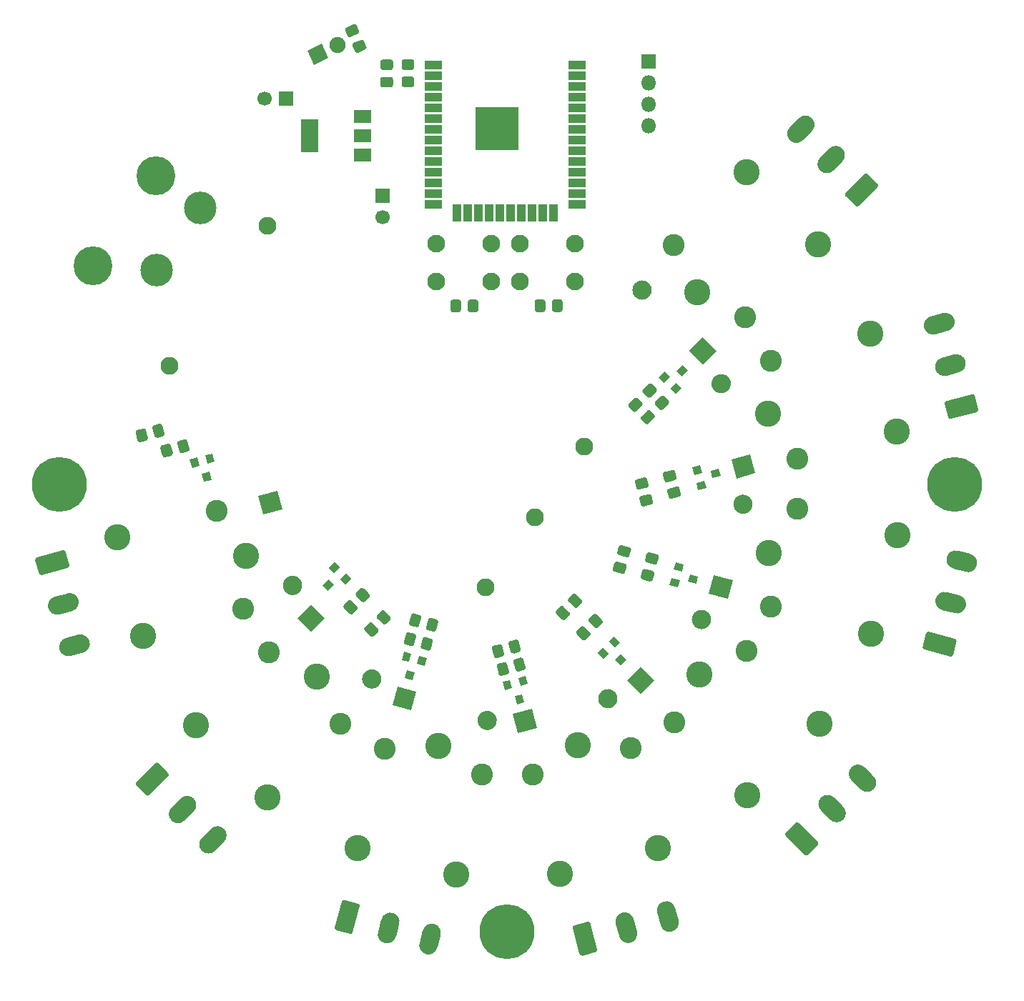
<source format=gbr>
%TF.GenerationSoftware,KiCad,Pcbnew,(5.1.6)-1*%
%TF.CreationDate,2020-11-10T08:59:03-03:00*%
%TF.ProjectId,8rel,3872656c-2e6b-4696-9361-645f70636258,rev?*%
%TF.SameCoordinates,Original*%
%TF.FileFunction,Soldermask,Top*%
%TF.FilePolarity,Negative*%
%FSLAX46Y46*%
G04 Gerber Fmt 4.6, Leading zero omitted, Abs format (unit mm)*
G04 Created by KiCad (PCBNEW (5.1.6)-1) date 2020-11-10 08:59:03*
%MOMM*%
%LPD*%
G01*
G04 APERTURE LIST*
%ADD10C,0.900000*%
%ADD11C,6.500000*%
%ADD12C,2.125000*%
%ADD13C,4.600000*%
%ADD14C,3.859000*%
%ADD15O,1.800000X1.800000*%
%ADD16R,1.800000X1.800000*%
%ADD17C,1.700000*%
%ADD18R,1.700000X1.700000*%
%ADD19C,2.100000*%
%ADD20C,0.100000*%
%ADD21C,2.600000*%
%ADD22C,3.100000*%
%ADD23R,2.100000X1.600000*%
%ADD24R,2.100000X3.900000*%
%ADD25R,2.100000X1.000000*%
%ADD26R,1.000000X2.100000*%
%ADD27R,5.100000X5.100000*%
%ADD28C,1.900000*%
G04 APERTURE END LIST*
D10*
%TO.C,REF\u002A\u002A*%
X101697056Y-151302944D03*
X100000000Y-150600000D03*
X98302944Y-151302944D03*
X97600000Y-153000000D03*
X98302944Y-154697056D03*
X100000000Y-155400000D03*
X101697056Y-154697056D03*
X102400000Y-153000000D03*
D11*
X100000000Y-153000000D03*
%TD*%
D10*
%TO.C,REF\u002A\u002A*%
X154697056Y-98302944D03*
X153000000Y-97600000D03*
X151302944Y-98302944D03*
X150600000Y-100000000D03*
X151302944Y-101697056D03*
X153000000Y-102400000D03*
X154697056Y-101697056D03*
X155400000Y-100000000D03*
D11*
X153000000Y-100000000D03*
%TD*%
D10*
%TO.C,REF\u002A\u002A*%
X48697056Y-98302944D03*
X47000000Y-97600000D03*
X45302944Y-98302944D03*
X44600000Y-100000000D03*
X45302944Y-101697056D03*
X47000000Y-102400000D03*
X48697056Y-101697056D03*
X49400000Y-100000000D03*
D11*
X47000000Y-100000000D03*
%TD*%
D12*
%TO.C,PS1*%
X109122574Y-95532551D03*
X103295038Y-103855135D03*
X97467501Y-112177720D03*
X60015870Y-85953806D03*
X71670943Y-69308636D03*
%TD*%
D13*
%TO.C,J11*%
X58474679Y-63395148D03*
X51018185Y-74044125D03*
D14*
X63713131Y-67246268D03*
X58550943Y-74618636D03*
%TD*%
D15*
%TO.C,J10*%
X116750943Y-57498636D03*
X116750943Y-54958636D03*
X116750943Y-52418636D03*
D16*
X116750943Y-49878636D03*
%TD*%
%TO.C,C6*%
G36*
G01*
X88759205Y-50863636D02*
X87802681Y-50863636D01*
G75*
G02*
X87530943Y-50591898I0J271738D01*
G01*
X87530943Y-49885374D01*
G75*
G02*
X87802681Y-49613636I271738J0D01*
G01*
X88759205Y-49613636D01*
G75*
G02*
X89030943Y-49885374I0J-271738D01*
G01*
X89030943Y-50591898D01*
G75*
G02*
X88759205Y-50863636I-271738J0D01*
G01*
G37*
G36*
G01*
X88759205Y-52913636D02*
X87802681Y-52913636D01*
G75*
G02*
X87530943Y-52641898I0J271738D01*
G01*
X87530943Y-51935374D01*
G75*
G02*
X87802681Y-51663636I271738J0D01*
G01*
X88759205Y-51663636D01*
G75*
G02*
X89030943Y-51935374I0J-271738D01*
G01*
X89030943Y-52641898D01*
G75*
G02*
X88759205Y-52913636I-271738J0D01*
G01*
G37*
%TD*%
D17*
%TO.C,C5*%
X85270943Y-68318636D03*
D18*
X85270943Y-65818636D03*
%TD*%
%TO.C,C4*%
G36*
G01*
X86249205Y-50893636D02*
X85292681Y-50893636D01*
G75*
G02*
X85020943Y-50621898I0J271738D01*
G01*
X85020943Y-49915374D01*
G75*
G02*
X85292681Y-49643636I271738J0D01*
G01*
X86249205Y-49643636D01*
G75*
G02*
X86520943Y-49915374I0J-271738D01*
G01*
X86520943Y-50621898D01*
G75*
G02*
X86249205Y-50893636I-271738J0D01*
G01*
G37*
G36*
G01*
X86249205Y-52943636D02*
X85292681Y-52943636D01*
G75*
G02*
X85020943Y-52671898I0J271738D01*
G01*
X85020943Y-51965374D01*
G75*
G02*
X85292681Y-51693636I271738J0D01*
G01*
X86249205Y-51693636D01*
G75*
G02*
X86520943Y-51965374I0J-271738D01*
G01*
X86520943Y-52671898D01*
G75*
G02*
X86249205Y-52943636I-271738J0D01*
G01*
G37*
%TD*%
D17*
%TO.C,C3*%
X71310943Y-54298636D03*
D18*
X73810943Y-54298636D03*
%TD*%
D19*
%TO.C,SW2*%
X108070943Y-71448636D03*
X108070943Y-75948636D03*
X101570943Y-71448636D03*
X101570943Y-75948636D03*
%TD*%
%TO.C,SW1*%
X98120943Y-71448636D03*
X98120943Y-75948636D03*
X91620943Y-71448636D03*
X91620943Y-75948636D03*
%TD*%
%TO.C,R19*%
G36*
G01*
X119131067Y-90422395D02*
X118454703Y-91098760D01*
G75*
G02*
X118070407Y-91098760I-192148J192148D01*
G01*
X117570819Y-90599172D01*
G75*
G02*
X117570819Y-90214876I192148J192148D01*
G01*
X118247183Y-89538512D01*
G75*
G02*
X118631479Y-89538512I192148J-192148D01*
G01*
X119131067Y-90038100D01*
G75*
G02*
X119131067Y-90422396I-192148J-192148D01*
G01*
G37*
G36*
G01*
X117681499Y-88972827D02*
X117005135Y-89649192D01*
G75*
G02*
X116620839Y-89649192I-192148J192148D01*
G01*
X116121251Y-89149604D01*
G75*
G02*
X116121251Y-88765308I192148J192148D01*
G01*
X116797615Y-88088944D01*
G75*
G02*
X117181911Y-88088944I192148J-192148D01*
G01*
X117681499Y-88588532D01*
G75*
G02*
X117681499Y-88972828I-192148J-192148D01*
G01*
G37*
%TD*%
%TO.C,R17*%
G36*
G01*
X120421498Y-101451241D02*
X119497566Y-101698808D01*
G75*
G02*
X119164756Y-101506660I-70331J262479D01*
G01*
X118981894Y-100824210D01*
G75*
G02*
X119174042Y-100491400I262479J70331D01*
G01*
X120097974Y-100243834D01*
G75*
G02*
X120430784Y-100435982I70331J-262479D01*
G01*
X120613646Y-101118432D01*
G75*
G02*
X120421498Y-101451242I-262479J-70331D01*
G01*
G37*
G36*
G01*
X119890918Y-99471093D02*
X118966986Y-99718660D01*
G75*
G02*
X118634176Y-99526512I-70331J262479D01*
G01*
X118451314Y-98844062D01*
G75*
G02*
X118643462Y-98511252I262479J70331D01*
G01*
X119567394Y-98263686D01*
G75*
G02*
X119900204Y-98455834I70331J-262479D01*
G01*
X120083066Y-99138284D01*
G75*
G02*
X119890918Y-99471094I-262479J-70331D01*
G01*
G37*
%TD*%
%TO.C,R15*%
G36*
G01*
X116959914Y-111467561D02*
X116035982Y-111219995D01*
G75*
G02*
X115843834Y-110887185I70331J262479D01*
G01*
X116026696Y-110204735D01*
G75*
G02*
X116359506Y-110012587I262479J-70331D01*
G01*
X117283438Y-110260153D01*
G75*
G02*
X117475586Y-110592963I-70331J-262479D01*
G01*
X117292724Y-111275413D01*
G75*
G02*
X116959914Y-111467561I-262479J70331D01*
G01*
G37*
G36*
G01*
X117490494Y-109487413D02*
X116566562Y-109239847D01*
G75*
G02*
X116374414Y-108907037I70331J262479D01*
G01*
X116557276Y-108224587D01*
G75*
G02*
X116890086Y-108032439I262479J-70331D01*
G01*
X117814018Y-108280005D01*
G75*
G02*
X118006166Y-108612815I-70331J-262479D01*
G01*
X117823304Y-109295265D01*
G75*
G02*
X117490494Y-109487413I-262479J70331D01*
G01*
G37*
%TD*%
%TO.C,R13*%
G36*
G01*
X108953937Y-118411156D02*
X108277572Y-117734792D01*
G75*
G02*
X108277572Y-117350496I192148J192148D01*
G01*
X108777160Y-116850908D01*
G75*
G02*
X109161456Y-116850908I192148J-192148D01*
G01*
X109837820Y-117527272D01*
G75*
G02*
X109837820Y-117911568I-192148J-192148D01*
G01*
X109338232Y-118411156D01*
G75*
G02*
X108953936Y-118411156I-192148J192148D01*
G01*
G37*
G36*
G01*
X110403505Y-116961588D02*
X109727140Y-116285224D01*
G75*
G02*
X109727140Y-115900928I192148J192148D01*
G01*
X110226728Y-115401340D01*
G75*
G02*
X110611024Y-115401340I192148J-192148D01*
G01*
X111287388Y-116077704D01*
G75*
G02*
X111287388Y-116462000I-192148J-192148D01*
G01*
X110787800Y-116961588D01*
G75*
G02*
X110403504Y-116961588I-192148J192148D01*
G01*
G37*
%TD*%
%TO.C,R11*%
G36*
G01*
X101980863Y-120704908D02*
X102228430Y-121628840D01*
G75*
G02*
X102036282Y-121961650I-262479J-70331D01*
G01*
X101353832Y-122144512D01*
G75*
G02*
X101021022Y-121952364I-70331J262479D01*
G01*
X100773456Y-121028432D01*
G75*
G02*
X100965604Y-120695622I262479J70331D01*
G01*
X101648054Y-120512760D01*
G75*
G02*
X101980864Y-120704908I70331J-262479D01*
G01*
G37*
G36*
G01*
X100000715Y-121235488D02*
X100248282Y-122159420D01*
G75*
G02*
X100056134Y-122492230I-262479J-70331D01*
G01*
X99373684Y-122675092D01*
G75*
G02*
X99040874Y-122482944I-70331J262479D01*
G01*
X98793308Y-121559012D01*
G75*
G02*
X98985456Y-121226202I262479J70331D01*
G01*
X99667906Y-121043340D01*
G75*
G02*
X100000716Y-121235488I70331J-262479D01*
G01*
G37*
%TD*%
%TO.C,R9*%
G36*
G01*
X91248430Y-118568432D02*
X91000864Y-119492364D01*
G75*
G02*
X90668054Y-119684512I-262479J70331D01*
G01*
X89985604Y-119501650D01*
G75*
G02*
X89793456Y-119168840I70331J262479D01*
G01*
X90041022Y-118244908D01*
G75*
G02*
X90373832Y-118052760I262479J-70331D01*
G01*
X91056282Y-118235622D01*
G75*
G02*
X91248430Y-118568432I-70331J-262479D01*
G01*
G37*
G36*
G01*
X89268282Y-118037852D02*
X89020716Y-118961784D01*
G75*
G02*
X88687906Y-119153932I-262479J70331D01*
G01*
X88005456Y-118971070D01*
G75*
G02*
X87813308Y-118638260I70331J262479D01*
G01*
X88060874Y-117714328D01*
G75*
G02*
X88393684Y-117522180I262479J-70331D01*
G01*
X89076134Y-117705042D01*
G75*
G02*
X89268282Y-118037852I-70331J-262479D01*
G01*
G37*
%TD*%
%TO.C,R7*%
G36*
G01*
X81387616Y-115318328D02*
X80711251Y-114641964D01*
G75*
G02*
X80711251Y-114257668I192148J192148D01*
G01*
X81210839Y-113758080D01*
G75*
G02*
X81595135Y-113758080I192148J-192148D01*
G01*
X82271499Y-114434444D01*
G75*
G02*
X82271499Y-114818740I-192148J-192148D01*
G01*
X81771911Y-115318328D01*
G75*
G02*
X81387615Y-115318328I-192148J192148D01*
G01*
G37*
G36*
G01*
X82837184Y-113868760D02*
X82160819Y-113192396D01*
G75*
G02*
X82160819Y-112808100I192148J192148D01*
G01*
X82660407Y-112308512D01*
G75*
G02*
X83044703Y-112308512I192148J-192148D01*
G01*
X83721067Y-112984876D01*
G75*
G02*
X83721067Y-113369172I-192148J-192148D01*
G01*
X83221479Y-113868760D01*
G75*
G02*
X82837183Y-113868760I-192148J192148D01*
G01*
G37*
%TD*%
%TO.C,R18*%
G36*
G01*
X114441251Y-90455309D02*
X115117615Y-89778944D01*
G75*
G02*
X115501911Y-89778944I192148J-192148D01*
G01*
X116001499Y-90278532D01*
G75*
G02*
X116001499Y-90662828I-192148J-192148D01*
G01*
X115325135Y-91339192D01*
G75*
G02*
X114940839Y-91339192I-192148J192148D01*
G01*
X114441251Y-90839604D01*
G75*
G02*
X114441251Y-90455308I192148J192148D01*
G01*
G37*
G36*
G01*
X115890819Y-91904877D02*
X116567183Y-91228512D01*
G75*
G02*
X116951479Y-91228512I192148J-192148D01*
G01*
X117451067Y-91728100D01*
G75*
G02*
X117451067Y-92112396I-192148J-192148D01*
G01*
X116774703Y-92788760D01*
G75*
G02*
X116390407Y-92788760I-192148J192148D01*
G01*
X115890819Y-92289172D01*
G75*
G02*
X115890819Y-91904876I192148J192148D01*
G01*
G37*
%TD*%
%TO.C,R16*%
G36*
G01*
X115348078Y-99403481D02*
X116272010Y-99155914D01*
G75*
G02*
X116604820Y-99348062I70331J-262479D01*
G01*
X116787682Y-100030512D01*
G75*
G02*
X116595534Y-100363322I-262479J-70331D01*
G01*
X115671602Y-100610888D01*
G75*
G02*
X115338792Y-100418740I-70331J262479D01*
G01*
X115155930Y-99736290D01*
G75*
G02*
X115348078Y-99403480I262479J70331D01*
G01*
G37*
G36*
G01*
X115878658Y-101383629D02*
X116802590Y-101136062D01*
G75*
G02*
X117135400Y-101328210I70331J-262479D01*
G01*
X117318262Y-102010660D01*
G75*
G02*
X117126114Y-102343470I-262479J-70331D01*
G01*
X116202182Y-102591036D01*
G75*
G02*
X115869372Y-102398888I-70331J262479D01*
G01*
X115686510Y-101716438D01*
G75*
G02*
X115878658Y-101383628I262479J70331D01*
G01*
G37*
%TD*%
%TO.C,R14*%
G36*
G01*
X113590086Y-107157438D02*
X114514018Y-107405004D01*
G75*
G02*
X114706166Y-107737814I-70331J-262479D01*
G01*
X114523304Y-108420264D01*
G75*
G02*
X114190494Y-108612412I-262479J70331D01*
G01*
X113266562Y-108364846D01*
G75*
G02*
X113074414Y-108032036I70331J262479D01*
G01*
X113257276Y-107349586D01*
G75*
G02*
X113590086Y-107157438I262479J-70331D01*
G01*
G37*
G36*
G01*
X113059506Y-109137586D02*
X113983438Y-109385152D01*
G75*
G02*
X114175586Y-109717962I-70331J-262479D01*
G01*
X113992724Y-110400412D01*
G75*
G02*
X113659914Y-110592560I-262479J70331D01*
G01*
X112735982Y-110344994D01*
G75*
G02*
X112543834Y-110012184I70331J262479D01*
G01*
X112726696Y-109329734D01*
G75*
G02*
X113059506Y-109137586I262479J-70331D01*
G01*
G37*
%TD*%
%TO.C,R12*%
G36*
G01*
X108190639Y-112993567D02*
X108867004Y-113669931D01*
G75*
G02*
X108867004Y-114054227I-192148J-192148D01*
G01*
X108367416Y-114553815D01*
G75*
G02*
X107983120Y-114553815I-192148J192148D01*
G01*
X107306756Y-113877451D01*
G75*
G02*
X107306756Y-113493155I192148J192148D01*
G01*
X107806344Y-112993567D01*
G75*
G02*
X108190640Y-112993567I192148J-192148D01*
G01*
G37*
G36*
G01*
X106741071Y-114443135D02*
X107417436Y-115119499D01*
G75*
G02*
X107417436Y-115503795I-192148J-192148D01*
G01*
X106917848Y-116003383D01*
G75*
G02*
X106533552Y-116003383I-192148J192148D01*
G01*
X105857188Y-115327019D01*
G75*
G02*
X105857188Y-114942723I192148J192148D01*
G01*
X106356776Y-114443135D01*
G75*
G02*
X106741072Y-114443135I192148J-192148D01*
G01*
G37*
%TD*%
%TO.C,R10*%
G36*
G01*
X98470875Y-120352944D02*
X98223308Y-119429012D01*
G75*
G02*
X98415456Y-119096202I262479J70331D01*
G01*
X99097906Y-118913340D01*
G75*
G02*
X99430716Y-119105488I70331J-262479D01*
G01*
X99678282Y-120029420D01*
G75*
G02*
X99486134Y-120362230I-262479J-70331D01*
G01*
X98803684Y-120545092D01*
G75*
G02*
X98470874Y-120352944I-70331J262479D01*
G01*
G37*
G36*
G01*
X100451023Y-119822364D02*
X100203456Y-118898432D01*
G75*
G02*
X100395604Y-118565622I262479J70331D01*
G01*
X101078054Y-118382760D01*
G75*
G02*
X101410864Y-118574908I70331J-262479D01*
G01*
X101658430Y-119498840D01*
G75*
G02*
X101466282Y-119831650I-262479J-70331D01*
G01*
X100783832Y-120014512D01*
G75*
G02*
X100451022Y-119822364I-70331J262479D01*
G01*
G37*
%TD*%
%TO.C,R8*%
G36*
G01*
X88433308Y-116378260D02*
X88680874Y-115454328D01*
G75*
G02*
X89013684Y-115262180I262479J-70331D01*
G01*
X89696134Y-115445042D01*
G75*
G02*
X89888282Y-115777852I-70331J-262479D01*
G01*
X89640716Y-116701784D01*
G75*
G02*
X89307906Y-116893932I-262479J70331D01*
G01*
X88625456Y-116711070D01*
G75*
G02*
X88433308Y-116378260I70331J262479D01*
G01*
G37*
G36*
G01*
X90413456Y-116908840D02*
X90661022Y-115984908D01*
G75*
G02*
X90993832Y-115792760I262479J-70331D01*
G01*
X91676282Y-115975622D01*
G75*
G02*
X91868430Y-116308432I-70331J-262479D01*
G01*
X91620864Y-117232364D01*
G75*
G02*
X91288054Y-117424512I-262479J70331D01*
G01*
X90605604Y-117241650D01*
G75*
G02*
X90413456Y-116908840I70331J262479D01*
G01*
G37*
%TD*%
%TO.C,R6*%
G36*
G01*
X85514702Y-114958512D02*
X86191067Y-115634876D01*
G75*
G02*
X86191067Y-116019172I-192148J-192148D01*
G01*
X85691479Y-116518760D01*
G75*
G02*
X85307183Y-116518760I-192148J192148D01*
G01*
X84630819Y-115842396D01*
G75*
G02*
X84630819Y-115458100I192148J192148D01*
G01*
X85130407Y-114958512D01*
G75*
G02*
X85514703Y-114958512I192148J-192148D01*
G01*
G37*
G36*
G01*
X84065134Y-116408080D02*
X84741499Y-117084444D01*
G75*
G02*
X84741499Y-117468740I-192148J-192148D01*
G01*
X84241911Y-117968328D01*
G75*
G02*
X83857615Y-117968328I-192148J192148D01*
G01*
X83181251Y-117291964D01*
G75*
G02*
X83181251Y-116907668I192148J192148D01*
G01*
X83680839Y-116408080D01*
G75*
G02*
X84065135Y-116408080I192148J-192148D01*
G01*
G37*
%TD*%
%TO.C,D5*%
G36*
G01*
X122228125Y-116813676D02*
X122228125Y-116813676D01*
G75*
G02*
X122228125Y-115187330I813173J813173D01*
G01*
X122228125Y-115187330D01*
G75*
G02*
X123854471Y-115187330I813173J-813173D01*
G01*
X123854471Y-115187330D01*
G75*
G02*
X123854471Y-116813676I-813173J-813173D01*
G01*
X123854471Y-116813676D01*
G75*
G02*
X122228125Y-116813676I-813173J813173D01*
G01*
G37*
D20*
G36*
X115857093Y-124811054D02*
G01*
X114230747Y-123184708D01*
X115857093Y-121558362D01*
X117483439Y-123184708D01*
X115857093Y-124811054D01*
G37*
%TD*%
%TO.C,R5*%
G36*
G01*
X61211097Y-96087074D02*
X60963530Y-95163142D01*
G75*
G02*
X61155678Y-94830332I262479J70331D01*
G01*
X61838128Y-94647470D01*
G75*
G02*
X62170938Y-94839618I70331J-262479D01*
G01*
X62418504Y-95763550D01*
G75*
G02*
X62226356Y-96096360I-262479J-70331D01*
G01*
X61543906Y-96279222D01*
G75*
G02*
X61211096Y-96087074I-70331J262479D01*
G01*
G37*
G36*
G01*
X59230949Y-96617654D02*
X58983382Y-95693722D01*
G75*
G02*
X59175530Y-95360912I262479J70331D01*
G01*
X59857980Y-95178050D01*
G75*
G02*
X60190790Y-95370198I70331J-262479D01*
G01*
X60438356Y-96294130D01*
G75*
G02*
X60246208Y-96626940I-262479J-70331D01*
G01*
X59563758Y-96809802D01*
G75*
G02*
X59230948Y-96617654I-70331J262479D01*
G01*
G37*
%TD*%
%TO.C,Q8*%
G36*
X118624815Y-87930852D02*
G01*
X117988419Y-87294456D01*
X118695525Y-86587350D01*
X119331921Y-87223746D01*
X118624815Y-87930852D01*
G37*
G36*
X119968318Y-89274355D02*
G01*
X119331922Y-88637959D01*
X120039028Y-87930853D01*
X120675424Y-88567249D01*
X119968318Y-89274355D01*
G37*
G36*
X120710780Y-87188390D02*
G01*
X120074384Y-86551994D01*
X120781490Y-85844888D01*
X121417886Y-86481284D01*
X120710780Y-87188390D01*
G37*
%TD*%
%TO.C,Q7*%
G36*
X122164136Y-98860220D02*
G01*
X121931199Y-97990887D01*
X122897124Y-97732068D01*
X123130061Y-98601401D01*
X122164136Y-98860220D01*
G37*
G36*
X122655892Y-100695479D02*
G01*
X122422955Y-99826146D01*
X123388880Y-99567327D01*
X123621817Y-100436660D01*
X122655892Y-100695479D01*
G37*
G36*
X124341866Y-99260211D02*
G01*
X124108929Y-98390878D01*
X125074854Y-98132059D01*
X125307791Y-99001392D01*
X124341866Y-99260211D01*
G37*
%TD*%
%TO.C,Q6*%
G36*
X119764595Y-110094989D02*
G01*
X119997532Y-109225656D01*
X120963457Y-109484475D01*
X120730520Y-110353808D01*
X119764595Y-110094989D01*
G37*
G36*
X119272839Y-111930248D02*
G01*
X119505776Y-111060915D01*
X120471701Y-111319734D01*
X120238764Y-112189067D01*
X119272839Y-111930248D01*
G37*
G36*
X121450569Y-111530257D02*
G01*
X121683506Y-110660924D01*
X122649431Y-110919743D01*
X122416494Y-111789076D01*
X121450569Y-111530257D01*
G37*
%TD*%
%TO.C,Q5*%
G36*
X112069147Y-118624815D02*
G01*
X112705543Y-117988419D01*
X113412649Y-118695525D01*
X112776253Y-119331921D01*
X112069147Y-118624815D01*
G37*
G36*
X110725644Y-119968318D02*
G01*
X111362040Y-119331922D01*
X112069146Y-120039028D01*
X111432750Y-120675424D01*
X110725644Y-119968318D01*
G37*
G36*
X112811609Y-120710780D02*
G01*
X113448005Y-120074384D01*
X114155111Y-120781490D01*
X113518715Y-121417886D01*
X112811609Y-120710780D01*
G37*
%TD*%
%TO.C,Q4*%
G36*
X101336867Y-122892142D02*
G01*
X102206200Y-122659205D01*
X102465019Y-123625130D01*
X101595686Y-123858067D01*
X101336867Y-122892142D01*
G37*
G36*
X99501608Y-123383898D02*
G01*
X100370941Y-123150961D01*
X100629760Y-124116886D01*
X99760427Y-124349823D01*
X99501608Y-123383898D01*
G37*
G36*
X100936876Y-125069872D02*
G01*
X101806209Y-124836935D01*
X102065028Y-125802860D01*
X101195695Y-126035797D01*
X100936876Y-125069872D01*
G37*
%TD*%
%TO.C,Q3*%
G36*
X89632135Y-120309157D02*
G01*
X90501468Y-120542094D01*
X90242649Y-121508019D01*
X89373316Y-121275082D01*
X89632135Y-120309157D01*
G37*
G36*
X87796876Y-119817401D02*
G01*
X88666209Y-120050338D01*
X88407390Y-121016263D01*
X87538057Y-120783326D01*
X87796876Y-119817401D01*
G37*
G36*
X88196867Y-121995131D02*
G01*
X89066200Y-122228068D01*
X88807381Y-123193993D01*
X87938048Y-122961056D01*
X88196867Y-121995131D01*
G37*
%TD*%
%TO.C,Q2*%
G36*
X80965156Y-110501530D02*
G01*
X81601552Y-111137926D01*
X80894446Y-111845032D01*
X80258050Y-111208636D01*
X80965156Y-110501530D01*
G37*
G36*
X79621653Y-109158027D02*
G01*
X80258049Y-109794423D01*
X79550943Y-110501529D01*
X78914547Y-109865133D01*
X79621653Y-109158027D01*
G37*
G36*
X78879191Y-111243992D02*
G01*
X79515587Y-111880388D01*
X78808481Y-112587494D01*
X78172085Y-111951098D01*
X78879191Y-111243992D01*
G37*
%TD*%
%TO.C,D8*%
G36*
X124811054Y-84142907D02*
G01*
X123184708Y-85769253D01*
X121558362Y-84142907D01*
X123184708Y-82516561D01*
X124811054Y-84142907D01*
G37*
G36*
G01*
X116813676Y-77771875D02*
X116813676Y-77771875D01*
G75*
G02*
X115187330Y-77771875I-813173J813173D01*
G01*
X115187330Y-77771875D01*
G75*
G02*
X115187330Y-76145529I813173J813173D01*
G01*
X115187330Y-76145529D01*
G75*
G02*
X116813676Y-76145529I813173J-813173D01*
G01*
X116813676Y-76145529D01*
G75*
G02*
X116813676Y-77771875I-813173J-813173D01*
G01*
G37*
%TD*%
%TO.C,D7*%
G36*
X129415550Y-98672881D02*
G01*
X127193920Y-99268165D01*
X126598636Y-97046535D01*
X128820266Y-96451251D01*
X129415550Y-98672881D01*
G37*
G36*
G01*
X125675134Y-89156717D02*
X125675134Y-89156717D01*
G75*
G02*
X124266677Y-88343544I-297642J1110815D01*
G01*
X124266677Y-88343544D01*
G75*
G02*
X125079850Y-86935087I1110815J297642D01*
G01*
X125079850Y-86935087D01*
G75*
G02*
X126488307Y-87748260I297642J-1110815D01*
G01*
X126488307Y-87748260D01*
G75*
G02*
X125675134Y-89156717I-1110815J-297642D01*
G01*
G37*
%TD*%
%TO.C,D6*%
G36*
X126138173Y-113558457D02*
G01*
X123916543Y-112963173D01*
X124511827Y-110741543D01*
X126733457Y-111336827D01*
X126138173Y-113558457D01*
G37*
G36*
G01*
X127656959Y-103447009D02*
X127656959Y-103447009D01*
G75*
G02*
X126843786Y-102038552I297642J1110815D01*
G01*
X126843786Y-102038552D01*
G75*
G02*
X128252243Y-101225379I1110815J-297642D01*
G01*
X128252243Y-101225379D01*
G75*
G02*
X129065416Y-102633836I-297642J-1110815D01*
G01*
X129065416Y-102633836D01*
G75*
G02*
X127656959Y-103447009I-1110815J297642D01*
G01*
G37*
%TD*%
%TO.C,D4*%
G36*
X101327118Y-129415550D02*
G01*
X100731834Y-127193920D01*
X102953464Y-126598636D01*
X103548748Y-128820266D01*
X101327118Y-129415550D01*
G37*
G36*
G01*
X110843282Y-125675134D02*
X110843282Y-125675134D01*
G75*
G02*
X111656455Y-124266677I1110815J297642D01*
G01*
X111656455Y-124266677D01*
G75*
G02*
X113064912Y-125079850I297642J-1110815D01*
G01*
X113064912Y-125079850D01*
G75*
G02*
X112251739Y-126488307I-1110815J-297642D01*
G01*
X112251739Y-126488307D01*
G75*
G02*
X110843282Y-125675134I-297642J1110815D01*
G01*
G37*
%TD*%
%TO.C,D3*%
G36*
X86441542Y-126138173D02*
G01*
X87036826Y-123916543D01*
X89258456Y-124511827D01*
X88663172Y-126733457D01*
X86441542Y-126138173D01*
G37*
G36*
G01*
X96552990Y-127656959D02*
X96552990Y-127656959D01*
G75*
G02*
X97961447Y-126843786I1110815J-297642D01*
G01*
X97961447Y-126843786D01*
G75*
G02*
X98774620Y-128252243I-297642J-1110815D01*
G01*
X98774620Y-128252243D01*
G75*
G02*
X97366163Y-129065416I-1110815J297642D01*
G01*
X97366163Y-129065416D01*
G75*
G02*
X96552990Y-127656959I297642J1110815D01*
G01*
G37*
%TD*%
%TO.C,D2*%
G36*
X75188945Y-115857093D02*
G01*
X76815291Y-114230747D01*
X78441637Y-115857093D01*
X76815291Y-117483439D01*
X75188945Y-115857093D01*
G37*
G36*
G01*
X83186323Y-122228125D02*
X83186323Y-122228125D01*
G75*
G02*
X84812669Y-122228125I813173J-813173D01*
G01*
X84812669Y-122228125D01*
G75*
G02*
X84812669Y-123854471I-813173J-813173D01*
G01*
X84812669Y-123854471D01*
G75*
G02*
X83186323Y-123854471I-813173J813173D01*
G01*
X83186323Y-123854471D01*
G75*
G02*
X83186323Y-122228125I813173J813173D01*
G01*
G37*
%TD*%
%TO.C,D1*%
G36*
G01*
X74324866Y-110843282D02*
X74324866Y-110843282D01*
G75*
G02*
X75733323Y-111656455I297642J-1110815D01*
G01*
X75733323Y-111656455D01*
G75*
G02*
X74920150Y-113064912I-1110815J-297642D01*
G01*
X74920150Y-113064912D01*
G75*
G02*
X73511693Y-112251739I-297642J1110815D01*
G01*
X73511693Y-112251739D01*
G75*
G02*
X74324866Y-110843282I1110815J297642D01*
G01*
G37*
G36*
X70584450Y-101327118D02*
G01*
X72806080Y-100731834D01*
X73401364Y-102953464D01*
X71179734Y-103548748D01*
X70584450Y-101327118D01*
G37*
%TD*%
D21*
%TO.C,K7*%
X134349548Y-96909761D03*
D22*
X146133843Y-93752169D03*
X143063369Y-82099822D03*
D21*
X131243719Y-85318651D03*
D22*
X130900137Y-91570607D03*
%TD*%
D23*
%TO.C,U2*%
X82930943Y-60948636D03*
X82930943Y-56348636D03*
X82930943Y-58648636D03*
D24*
X76630943Y-58648636D03*
%TD*%
%TO.C,R4*%
G36*
G01*
X58261097Y-94257074D02*
X58013530Y-93333142D01*
G75*
G02*
X58205678Y-93000332I262479J70331D01*
G01*
X58888128Y-92817470D01*
G75*
G02*
X59220938Y-93009618I70331J-262479D01*
G01*
X59468504Y-93933550D01*
G75*
G02*
X59276356Y-94266360I-262479J-70331D01*
G01*
X58593906Y-94449222D01*
G75*
G02*
X58261096Y-94257074I-70331J262479D01*
G01*
G37*
G36*
G01*
X56280949Y-94787654D02*
X56033382Y-93863722D01*
G75*
G02*
X56225530Y-93530912I262479J70331D01*
G01*
X56907980Y-93348050D01*
G75*
G02*
X57240790Y-93540198I70331J-262479D01*
G01*
X57488356Y-94464130D01*
G75*
G02*
X57296208Y-94796940I-262479J-70331D01*
G01*
X56613758Y-94979802D01*
G75*
G02*
X56280948Y-94787654I-70331J262479D01*
G01*
G37*
%TD*%
D21*
%TO.C,K8*%
X128202461Y-80149001D03*
D22*
X136829164Y-71522298D03*
X128343883Y-62966306D03*
D21*
X119717180Y-71663719D03*
D22*
X122545607Y-77249863D03*
%TD*%
D20*
%TO.C,Q1*%
G36*
X63896876Y-98719872D02*
G01*
X64766209Y-98486935D01*
X65025028Y-99452860D01*
X64155695Y-99685797D01*
X63896876Y-98719872D01*
G37*
G36*
X62461608Y-97033898D02*
G01*
X63330941Y-96800961D01*
X63589760Y-97766886D01*
X62720427Y-97999823D01*
X62461608Y-97033898D01*
G37*
G36*
X64296867Y-96542142D02*
G01*
X65166200Y-96309205D01*
X65425019Y-97275130D01*
X64555686Y-97508067D01*
X64296867Y-96542142D01*
G37*
%TD*%
D25*
%TO.C,U1*%
X108306483Y-50287251D03*
X108306483Y-51557251D03*
X108306483Y-52827251D03*
X108306483Y-54097251D03*
X108306483Y-55367251D03*
X108306483Y-56637251D03*
X108306483Y-57907251D03*
X108306483Y-59177251D03*
X108306483Y-60447251D03*
X108306483Y-61717251D03*
X108306483Y-62987251D03*
X108306483Y-64257251D03*
X108306483Y-65527251D03*
X108306483Y-66797251D03*
D26*
X105521483Y-67797251D03*
X104251483Y-67797251D03*
X102981483Y-67797251D03*
X101711483Y-67797251D03*
X100441483Y-67797251D03*
X99171483Y-67797251D03*
X97901483Y-67797251D03*
X96631483Y-67797251D03*
X95361483Y-67797251D03*
X94091483Y-67797251D03*
D25*
X91306483Y-66797251D03*
X91306483Y-65527251D03*
X91306483Y-64257251D03*
X91306483Y-62987251D03*
X91306483Y-61717251D03*
X91306483Y-60447251D03*
X91306483Y-59177251D03*
X91306483Y-57907251D03*
X91306483Y-56637251D03*
X91306483Y-55367251D03*
X91306483Y-54097251D03*
X91306483Y-52827251D03*
X91306483Y-51557251D03*
X91306483Y-50287251D03*
D27*
X98806483Y-57787251D03*
%TD*%
%TO.C,J8*%
G36*
G01*
X143885076Y-64730342D02*
X141639331Y-66976088D01*
G75*
G02*
X141268781Y-66976088I-185275J185275D01*
G01*
X140097837Y-65805144D01*
G75*
G02*
X140097837Y-65434594I185275J185275D01*
G01*
X142343583Y-63188848D01*
G75*
G02*
X142714133Y-63188848I185275J-185275D01*
G01*
X143885077Y-64359792D01*
G75*
G02*
X143885077Y-64730342I-185275J-185275D01*
G01*
G37*
G36*
G01*
X139707503Y-61723711D02*
X138632700Y-62798513D01*
G75*
G02*
X137091208Y-62798513I-770746J770746D01*
G01*
X137091208Y-62798513D01*
G75*
G02*
X137091208Y-61257021I770746J770746D01*
G01*
X138166010Y-60182219D01*
G75*
G02*
X139707502Y-60182219I770746J-770746D01*
G01*
X139707502Y-60182219D01*
G75*
G02*
X139707502Y-61723711I-770746J-770746D01*
G01*
G37*
G36*
G01*
X136115400Y-58131608D02*
X135040597Y-59206410D01*
G75*
G02*
X133499105Y-59206410I-770746J770746D01*
G01*
X133499105Y-59206410D01*
G75*
G02*
X133499105Y-57664918I770746J770746D01*
G01*
X134573907Y-56590116D01*
G75*
G02*
X136115399Y-56590116I770746J-770746D01*
G01*
X136115399Y-56590116D01*
G75*
G02*
X136115399Y-58131608I-770746J-770746D01*
G01*
G37*
%TD*%
%TO.C,J7*%
G36*
G01*
X155640421Y-91398117D02*
X152572675Y-92220117D01*
G75*
G02*
X152251770Y-92034842I-67815J253090D01*
G01*
X151823175Y-90435304D01*
G75*
G02*
X152008450Y-90114399I253090J67815D01*
G01*
X155076195Y-89292399D01*
G75*
G02*
X155397100Y-89477674I67815J-253090D01*
G01*
X155825695Y-91077212D01*
G75*
G02*
X155640420Y-91398117I-253090J-67815D01*
G01*
G37*
G36*
G01*
X153525850Y-86705512D02*
X152057643Y-87098916D01*
G75*
G02*
X150722671Y-86328170I-282113J1052859D01*
G01*
X150722671Y-86328170D01*
G75*
G02*
X151493417Y-84993198I1052859J282113D01*
G01*
X152961625Y-84599794D01*
G75*
G02*
X154296597Y-85370540I282113J-1052859D01*
G01*
X154296597Y-85370540D01*
G75*
G02*
X153525851Y-86705512I-1052859J-282113D01*
G01*
G37*
G36*
G01*
X152211050Y-81798609D02*
X150742843Y-82192013D01*
G75*
G02*
X149407871Y-81421267I-282113J1052859D01*
G01*
X149407871Y-81421267D01*
G75*
G02*
X150178617Y-80086295I1052859J282113D01*
G01*
X151646825Y-79692891D01*
G75*
G02*
X152981797Y-80463637I282113J-1052859D01*
G01*
X152981797Y-80463637D01*
G75*
G02*
X152211051Y-81798609I-1052859J-282113D01*
G01*
G37*
%TD*%
%TO.C,J6*%
G36*
G01*
X152486959Y-120370762D02*
X149419214Y-119548762D01*
G75*
G02*
X149233939Y-119227857I67815J253090D01*
G01*
X149662534Y-117628319D01*
G75*
G02*
X149983439Y-117443044I253090J-67815D01*
G01*
X153051184Y-118265044D01*
G75*
G02*
X153236459Y-118585949I-67815J-253090D01*
G01*
X152807864Y-120185487D01*
G75*
G02*
X152486959Y-120370762I-253090J67815D01*
G01*
G37*
G36*
G01*
X153001991Y-115249562D02*
X151533783Y-114856157D01*
G75*
G02*
X150763037Y-113521185I282113J1052859D01*
G01*
X150763037Y-113521185D01*
G75*
G02*
X152098009Y-112750439I1052859J-282113D01*
G01*
X153566217Y-113143843D01*
G75*
G02*
X154336963Y-114478815I-282113J-1052859D01*
G01*
X154336963Y-114478815D01*
G75*
G02*
X153001991Y-115249561I-1052859J282113D01*
G01*
G37*
G36*
G01*
X154316791Y-110342659D02*
X152848583Y-109949254D01*
G75*
G02*
X152077837Y-108614282I282113J1052859D01*
G01*
X152077837Y-108614282D01*
G75*
G02*
X153412809Y-107843536I1052859J-282113D01*
G01*
X154881017Y-108236940D01*
G75*
G02*
X155651763Y-109571912I-282113J-1052859D01*
G01*
X155651763Y-109571912D01*
G75*
G02*
X154316791Y-110342658I-1052859J282113D01*
G01*
G37*
%TD*%
%TO.C,J5*%
G36*
G01*
X135269658Y-143885076D02*
X133023912Y-141639331D01*
G75*
G02*
X133023912Y-141268781I185275J185275D01*
G01*
X134194856Y-140097837D01*
G75*
G02*
X134565406Y-140097837I185275J-185275D01*
G01*
X136811152Y-142343583D01*
G75*
G02*
X136811152Y-142714133I-185275J-185275D01*
G01*
X135640208Y-143885077D01*
G75*
G02*
X135269658Y-143885077I-185275J185275D01*
G01*
G37*
G36*
G01*
X138276289Y-139707503D02*
X137201487Y-138632700D01*
G75*
G02*
X137201487Y-137091208I770746J770746D01*
G01*
X137201487Y-137091208D01*
G75*
G02*
X138742979Y-137091208I770746J-770746D01*
G01*
X139817781Y-138166010D01*
G75*
G02*
X139817781Y-139707502I-770746J-770746D01*
G01*
X139817781Y-139707502D01*
G75*
G02*
X138276289Y-139707502I-770746J770746D01*
G01*
G37*
G36*
G01*
X141868392Y-136115400D02*
X140793590Y-135040597D01*
G75*
G02*
X140793590Y-133499105I770746J770746D01*
G01*
X140793590Y-133499105D01*
G75*
G02*
X142335082Y-133499105I770746J-770746D01*
G01*
X143409884Y-134573907D01*
G75*
G02*
X143409884Y-136115399I-770746J-770746D01*
G01*
X143409884Y-136115399D01*
G75*
G02*
X141868392Y-136115399I-770746J770746D01*
G01*
G37*
%TD*%
%TO.C,J4*%
G36*
G01*
X108601882Y-155640421D02*
X107779882Y-152572675D01*
G75*
G02*
X107965157Y-152251770I253090J67815D01*
G01*
X109564695Y-151823175D01*
G75*
G02*
X109885600Y-152008450I67815J-253090D01*
G01*
X110707600Y-155076195D01*
G75*
G02*
X110522325Y-155397100I-253090J-67815D01*
G01*
X108922787Y-155825695D01*
G75*
G02*
X108601882Y-155640420I-67815J253090D01*
G01*
G37*
G36*
G01*
X113294487Y-153525850D02*
X112901083Y-152057643D01*
G75*
G02*
X113671829Y-150722671I1052859J282113D01*
G01*
X113671829Y-150722671D01*
G75*
G02*
X115006801Y-151493417I282113J-1052859D01*
G01*
X115400205Y-152961625D01*
G75*
G02*
X114629459Y-154296597I-1052859J-282113D01*
G01*
X114629459Y-154296597D01*
G75*
G02*
X113294487Y-153525851I-282113J1052859D01*
G01*
G37*
G36*
G01*
X118201390Y-152211050D02*
X117807986Y-150742843D01*
G75*
G02*
X118578732Y-149407871I1052859J282113D01*
G01*
X118578732Y-149407871D01*
G75*
G02*
X119913704Y-150178617I282113J-1052859D01*
G01*
X120307108Y-151646825D01*
G75*
G02*
X119536362Y-152981797I-1052859J-282113D01*
G01*
X119536362Y-152981797D01*
G75*
G02*
X118201390Y-152211051I-282113J1052859D01*
G01*
G37*
%TD*%
%TO.C,J3*%
G36*
G01*
X79629238Y-152486958D02*
X80451238Y-149419213D01*
G75*
G02*
X80772143Y-149233938I253090J-67815D01*
G01*
X82371681Y-149662533D01*
G75*
G02*
X82556956Y-149983438I-67815J-253090D01*
G01*
X81734956Y-153051183D01*
G75*
G02*
X81414051Y-153236458I-253090J67815D01*
G01*
X79814513Y-152807863D01*
G75*
G02*
X79629238Y-152486958I67815J253090D01*
G01*
G37*
G36*
G01*
X84750438Y-153001990D02*
X85143843Y-151533782D01*
G75*
G02*
X86478815Y-150763036I1052859J-282113D01*
G01*
X86478815Y-150763036D01*
G75*
G02*
X87249561Y-152098008I-282113J-1052859D01*
G01*
X86856157Y-153566216D01*
G75*
G02*
X85521185Y-154336962I-1052859J282113D01*
G01*
X85521185Y-154336962D01*
G75*
G02*
X84750439Y-153001990I282113J1052859D01*
G01*
G37*
G36*
G01*
X89657341Y-154316790D02*
X90050746Y-152848582D01*
G75*
G02*
X91385718Y-152077836I1052859J-282113D01*
G01*
X91385718Y-152077836D01*
G75*
G02*
X92156464Y-153412808I-282113J-1052859D01*
G01*
X91763060Y-154881016D01*
G75*
G02*
X90428088Y-155651762I-1052859J282113D01*
G01*
X90428088Y-155651762D01*
G75*
G02*
X89657342Y-154316790I282113J1052859D01*
G01*
G37*
%TD*%
%TO.C,J2*%
G36*
G01*
X56114923Y-135269658D02*
X58360668Y-133023912D01*
G75*
G02*
X58731218Y-133023912I185275J-185275D01*
G01*
X59902162Y-134194856D01*
G75*
G02*
X59902162Y-134565406I-185275J-185275D01*
G01*
X57656416Y-136811152D01*
G75*
G02*
X57285866Y-136811152I-185275J185275D01*
G01*
X56114922Y-135640208D01*
G75*
G02*
X56114922Y-135269658I185275J185275D01*
G01*
G37*
G36*
G01*
X60292496Y-138276289D02*
X61367299Y-137201487D01*
G75*
G02*
X62908791Y-137201487I770746J-770746D01*
G01*
X62908791Y-137201487D01*
G75*
G02*
X62908791Y-138742979I-770746J-770746D01*
G01*
X61833989Y-139817781D01*
G75*
G02*
X60292497Y-139817781I-770746J770746D01*
G01*
X60292497Y-139817781D01*
G75*
G02*
X60292497Y-138276289I770746J770746D01*
G01*
G37*
G36*
G01*
X63884599Y-141868392D02*
X64959402Y-140793590D01*
G75*
G02*
X66500894Y-140793590I770746J-770746D01*
G01*
X66500894Y-140793590D01*
G75*
G02*
X66500894Y-142335082I-770746J-770746D01*
G01*
X65426092Y-143409884D01*
G75*
G02*
X63884600Y-143409884I-770746J770746D01*
G01*
X63884600Y-143409884D01*
G75*
G02*
X63884600Y-141868392I770746J770746D01*
G01*
G37*
%TD*%
D21*
%TO.C,K6*%
X131292700Y-114498548D03*
D22*
X143076995Y-117656141D03*
X146244061Y-106029675D03*
D21*
X134398529Y-102907438D03*
D22*
X130975000Y-108150000D03*
%TD*%
D21*
%TO.C,K5*%
X119850999Y-128202461D03*
D22*
X128477702Y-136829164D03*
X137033694Y-128343883D03*
D21*
X128336281Y-119717180D03*
D22*
X122750137Y-122545607D03*
%TD*%
D21*
%TO.C,K4*%
X103090239Y-134349548D03*
D22*
X106247831Y-146133843D03*
X117900178Y-143063369D03*
D21*
X114681349Y-131243719D03*
D22*
X108429393Y-130900137D03*
%TD*%
D21*
%TO.C,K3*%
X85501452Y-131292700D03*
D22*
X82343859Y-143076995D03*
X93970325Y-146244061D03*
D21*
X97092562Y-134398529D03*
D22*
X91850000Y-130975000D03*
%TD*%
D21*
%TO.C,K2*%
X71797539Y-119850999D03*
D22*
X63170836Y-128477702D03*
X71656117Y-137033694D03*
D21*
X80282820Y-128336281D03*
D22*
X77454393Y-122750137D03*
%TD*%
%TO.C,K1*%
X69099863Y-108429393D03*
D21*
X68756281Y-114681349D03*
D22*
X56936631Y-117900178D03*
X53866157Y-106247831D03*
D21*
X65650452Y-103090239D03*
%TD*%
%TO.C,J1*%
G36*
G01*
X47788949Y-118201390D02*
X49257156Y-117807986D01*
G75*
G02*
X50592128Y-118578732I282113J-1052859D01*
G01*
X50592128Y-118578732D01*
G75*
G02*
X49821382Y-119913704I-1052859J-282113D01*
G01*
X48353174Y-120307108D01*
G75*
G02*
X47018202Y-119536362I-282113J1052859D01*
G01*
X47018202Y-119536362D01*
G75*
G02*
X47788948Y-118201390I1052859J282113D01*
G01*
G37*
G36*
G01*
X46474149Y-113294487D02*
X47942356Y-112901083D01*
G75*
G02*
X49277328Y-113671829I282113J-1052859D01*
G01*
X49277328Y-113671829D01*
G75*
G02*
X48506582Y-115006801I-1052859J-282113D01*
G01*
X47038374Y-115400205D01*
G75*
G02*
X45703402Y-114629459I-282113J1052859D01*
G01*
X45703402Y-114629459D01*
G75*
G02*
X46474148Y-113294487I1052859J282113D01*
G01*
G37*
G36*
G01*
X44359578Y-108601882D02*
X47427324Y-107779882D01*
G75*
G02*
X47748229Y-107965157I67815J-253090D01*
G01*
X48176824Y-109564695D01*
G75*
G02*
X47991549Y-109885600I-253090J-67815D01*
G01*
X44923804Y-110707600D01*
G75*
G02*
X44602899Y-110522325I-67815J253090D01*
G01*
X44174304Y-108922787D01*
G75*
G02*
X44359579Y-108601882I253090J67815D01*
G01*
G37*
%TD*%
D28*
%TO.C,D0*%
X79926146Y-47943917D03*
D20*
G36*
X77164619Y-50279847D02*
G01*
X76361644Y-48557862D01*
X78083629Y-47754887D01*
X78886604Y-49476872D01*
X77164619Y-50279847D01*
G37*
%TD*%
%TO.C,R3*%
G36*
G01*
X81846538Y-47703281D02*
X82713444Y-47299037D01*
G75*
G02*
X83074563Y-47430474I114841J-246278D01*
G01*
X83373153Y-48070802D01*
G75*
G02*
X83241716Y-48431921I-246278J-114841D01*
G01*
X82374810Y-48836165D01*
G75*
G02*
X82013691Y-48704728I-114841J246278D01*
G01*
X81715101Y-48064400D01*
G75*
G02*
X81846538Y-47703281I246278J114841D01*
G01*
G37*
G36*
G01*
X80980170Y-45845351D02*
X81847076Y-45441107D01*
G75*
G02*
X82208195Y-45572544I114841J-246278D01*
G01*
X82506785Y-46212872D01*
G75*
G02*
X82375348Y-46573991I-246278J-114841D01*
G01*
X81508442Y-46978235D01*
G75*
G02*
X81147323Y-46846798I-114841J246278D01*
G01*
X80848733Y-46206470D01*
G75*
G02*
X80980170Y-45845351I246278J114841D01*
G01*
G37*
%TD*%
%TO.C,R2*%
G36*
G01*
X105345943Y-79286898D02*
X105345943Y-78330374D01*
G75*
G02*
X105617681Y-78058636I271738J0D01*
G01*
X106324205Y-78058636D01*
G75*
G02*
X106595943Y-78330374I0J-271738D01*
G01*
X106595943Y-79286898D01*
G75*
G02*
X106324205Y-79558636I-271738J0D01*
G01*
X105617681Y-79558636D01*
G75*
G02*
X105345943Y-79286898I0J271738D01*
G01*
G37*
G36*
G01*
X103295943Y-79286898D02*
X103295943Y-78330374D01*
G75*
G02*
X103567681Y-78058636I271738J0D01*
G01*
X104274205Y-78058636D01*
G75*
G02*
X104545943Y-78330374I0J-271738D01*
G01*
X104545943Y-79286898D01*
G75*
G02*
X104274205Y-79558636I-271738J0D01*
G01*
X103567681Y-79558636D01*
G75*
G02*
X103295943Y-79286898I0J271738D01*
G01*
G37*
%TD*%
%TO.C,R1*%
G36*
G01*
X95370943Y-79326898D02*
X95370943Y-78370374D01*
G75*
G02*
X95642681Y-78098636I271738J0D01*
G01*
X96349205Y-78098636D01*
G75*
G02*
X96620943Y-78370374I0J-271738D01*
G01*
X96620943Y-79326898D01*
G75*
G02*
X96349205Y-79598636I-271738J0D01*
G01*
X95642681Y-79598636D01*
G75*
G02*
X95370943Y-79326898I0J271738D01*
G01*
G37*
G36*
G01*
X93320943Y-79326898D02*
X93320943Y-78370374D01*
G75*
G02*
X93592681Y-78098636I271738J0D01*
G01*
X94299205Y-78098636D01*
G75*
G02*
X94570943Y-78370374I0J-271738D01*
G01*
X94570943Y-79326898D01*
G75*
G02*
X94299205Y-79598636I-271738J0D01*
G01*
X93592681Y-79598636D01*
G75*
G02*
X93320943Y-79326898I0J271738D01*
G01*
G37*
%TD*%
M02*

</source>
